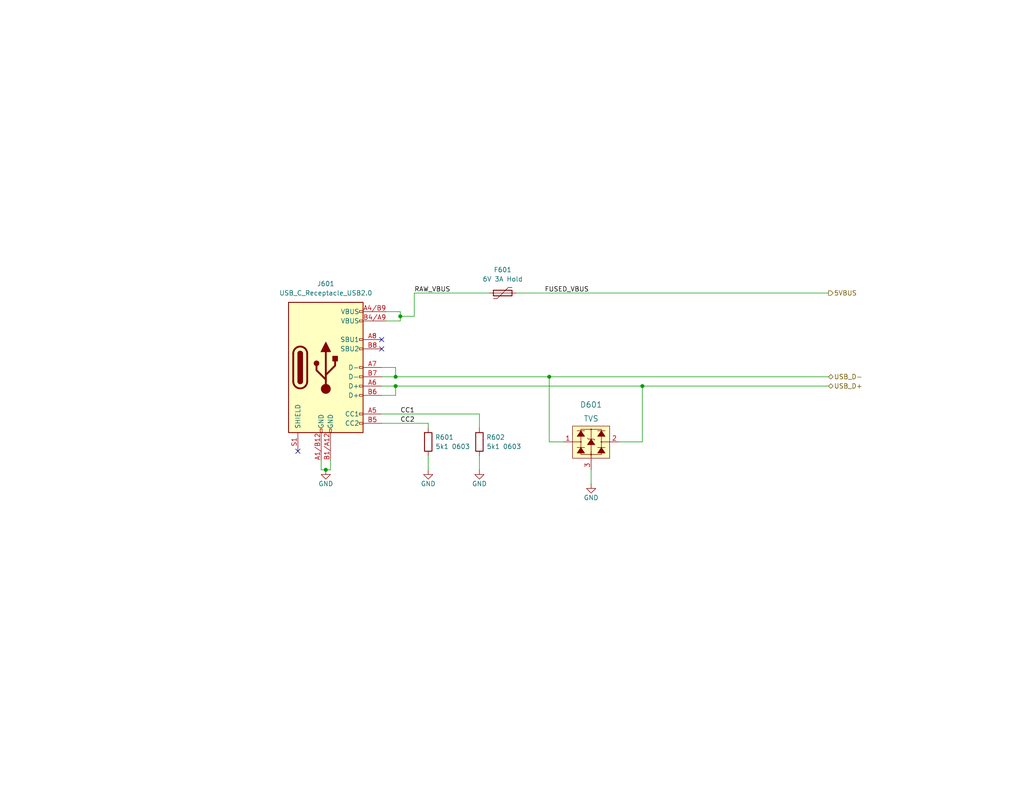
<source format=kicad_sch>
(kicad_sch (version 20230121) (generator eeschema)
  (paper "USLetter")
  (title_block (title "Raspberry Breadstick") (date "2024-02-10") (rev "1.0") (company "J & R Creative Technologies Inc.") (comment 1 "@RangenMichael") (comment 2 "https://twitter.com/RangenMichael") (comment 3 "Apache-2.0 License") (comment 4 "https://github.com/Breadstick-Innovations/Raspberry-Breadstick") (comment 5 "https://shop.breadstick.ca/"))
  (lib_symbols
    (symbol "Connector:USB_C_Receptacle_USB2.0" (pin_names (offset 1.016))
      (property "Reference" "J?" (at 0 22.86 0))
      (property "Value" "USB_C_Receptacle_USB2.0" (at 0 20.32 0))
      (symbol "USB_C_Receptacle_USB2.0_0_0"
        (rectangle (start -1.524 -17.78) (end -1.016 -16.764))
        (rectangle (start 1.016 -17.78) (end 1.524 -16.764))
        (rectangle (start 9.144 12.954) (end 10.16 12.446))
        (rectangle (start 9.144 15.494) (end 10.16 14.986))
        (rectangle (start 10.16 -14.986) (end 9.144 -15.494))
        (rectangle (start 10.16 -12.446) (end 9.144 -12.954))
        (rectangle (start 10.16 -7.366) (end 9.144 -7.874))
        (rectangle (start 10.16 -4.826) (end 9.144 -5.334))
        (rectangle (start 10.16 -2.286) (end 9.144 -2.794))
        (rectangle (start 10.16 0.254) (end 9.144 -0.254))
        (rectangle (start 10.16 5.334) (end 9.144 4.826))
        (rectangle (start 10.16 7.874) (end 9.144 7.366))
      )
      (symbol "USB_C_Receptacle_USB2.0_0_1"
        (rectangle (start -10.16 17.78) (end 10.16 -17.78) (stroke (width 0.254)) (fill (type background)))
        (arc (start -8.89 -3.81) (mid -6.985 -5.7067) (end -5.08 -3.81) (stroke (width 0.508)))
        (arc (start -7.62 -3.81) (mid -6.985 -4.4423) (end -6.35 -3.81) (stroke (width 0.254)))
        (arc (start -7.62 -3.81) (mid -6.985 -4.4423) (end -6.35 -3.81) (stroke (width 0.254)) (fill (type outline)))
        (rectangle (start -7.62 -3.81) (end -6.35 3.81) (stroke (width 0.254)) (fill (type outline)))
        (arc (start -6.35 3.81) (mid -6.985 4.4423) (end -7.62 3.81) (stroke (width 0.254)))
        (arc (start -6.35 3.81) (mid -6.985 4.4423) (end -7.62 3.81) (stroke (width 0.254)) (fill (type outline)))
        (arc (start -5.08 3.81) (mid -6.985 5.7067) (end -8.89 3.81) (stroke (width 0.508)))
        (circle (center -2.54 1.143) (radius 0.635) (stroke (width 0.254)) (fill (type outline)))
        (circle (center 0 -5.842) (radius 1.27) (fill (type outline)))
        (polyline (pts (xy -8.89 -3.81) (xy -8.89 3.81)) (stroke (width 0.508)))
        (polyline (pts (xy -5.08 3.81) (xy -5.08 -3.81)) (stroke (width 0.508)))
        (polyline (pts (xy 0 -5.842) (xy 0 4.318)) (stroke (width 0.508)))
        (polyline (pts (xy 0 -3.302) (xy -2.54 -0.762) (xy -2.54 0.508)) (stroke (width 0.508)))
        (polyline (pts (xy 0 -2.032) (xy 2.54 0.508) (xy 2.54 1.778)) (stroke (width 0.508)))
        (polyline (pts (xy -1.27 4.318) (xy 0 6.858) (xy 1.27 4.318) (xy -1.27 4.318)) (stroke (width 0.254)) (fill (type outline)))
        (rectangle (start 1.905 1.778) (end 3.175 3.048) (stroke (width 0.254)) (fill (type outline)))
      )
      (symbol "USB_C_Receptacle_USB2.0_1_1"
        (pin passive line (at -1.27 -25.4 90) (length 7.62) (name "GND") (number "A1/B12"))
        (pin passive line (at 16.51 15.24 180) (length 6.35) (name "VBUS") (number "A4/B9"))
        (pin bidirectional line (at 15.24 -12.7 180) (length 5.08) (name "CC1") (number "A5"))
        (pin bidirectional line (at 15.24 -5.08 180) (length 5.08) (name "D+") (number "A6"))
        (pin bidirectional line (at 15.24 0 180) (length 5.08) (name "D-") (number "A7"))
        (pin bidirectional line (at 15.24 7.62 180) (length 5.08) (name "SBU1") (number "A8"))
        (pin passive line (at 1.27 -25.4 90) (length 7.62) (name "GND") (number "B1/A12"))
        (pin passive line (at 16.51 12.7 180) (length 6.35) (name "VBUS") (number "B4/A9"))
        (pin bidirectional line (at 15.24 -15.24 180) (length 5.08) (name "CC2") (number "B5"))
        (pin bidirectional line (at 15.24 -7.62 180) (length 5.08) (name "D+") (number "B6"))
        (pin bidirectional line (at 15.24 -2.54 180) (length 5.08) (name "D-") (number "B7"))
        (pin bidirectional line (at 15.24 5.08 180) (length 5.08) (name "SBU2") (number "B8"))
        (pin passive line (at -7.62 -22.86 90) (length 5.08) (name "SHIELD") (number "S1"))
      )
    )
    (symbol "Device:Polyfuse" (pin_numbers hide) (pin_names (offset 0))
      (property "Reference" "F" (at -2.54 0 90))
      (property "Value" "Polyfuse" (at 2.54 0 90))
      (symbol "Polyfuse_0_1"
        (rectangle (start -0.762 2.54) (end 0.762 -2.54) (stroke (width 0.254)))
        (polyline (pts (xy 0 2.54) (xy 0 -2.54)))
        (polyline (pts (xy -1.524 2.54) (xy -1.524 1.524) (xy 1.524 -1.524) (xy 1.524 -2.54)))
      )
      (symbol "Polyfuse_1_1"
        (pin passive line (at 0 3.81 270) (length 1.27) (name "~") (number "1"))
        (pin passive line (at 0 -3.81 90) (length 1.27) (name "~") (number "2"))
      )
    )
    (symbol "Device:R" (pin_numbers hide) (pin_names (offset 0))
      (property "Reference" "R" (at 2.032 0 90))
      (property "Value" "R" (at 0 0 90))
      (symbol "R_0_1"
        (rectangle (start -1.016 -2.54) (end 1.016 2.54) (stroke (width 0.254)))
      )
      (symbol "R_1_1"
        (pin passive line (at 0 3.81 270) (length 1.27) (name "~") (number "1"))
        (pin passive line (at 0 -3.81 90) (length 1.27) (name "~") (number "2"))
      )
    )
    (symbol "dk_TVS-Diodes:TPD2EUSB30DRTR" (pin_names (offset 0))
      (property "Reference" "D?" (at 0 10.16 0))
      (property "Value" "ESDALD05UE2X" (at 0 6.35 0))
      (symbol "TPD2EUSB30DRTR_1_1"
        (rectangle (start -5.08 4.318) (end 5.08 -4.445) (fill (type background)))
        (circle (center -2.794 0) (radius 0.127))
        (circle (center 0 -3.429) (radius 0.127))
        (polyline (pts (xy -5.08 0) (xy -2.794 0)))
        (polyline (pts (xy -2.794 -1.524) (xy -3.81 -1.524)))
        (polyline (pts (xy -2.794 -1.524) (xy -1.778 -1.524)))
        (polyline (pts (xy -2.794 3.048) (xy -3.81 3.048)))
        (polyline (pts (xy -2.794 3.048) (xy -1.778 3.048)))
        (polyline (pts (xy 0 -5.08) (xy 0 -2.54)))
        (polyline (pts (xy 0 -0.762) (xy 0 -3.937)))
        (polyline (pts (xy 0 0.762) (xy 0 3.429)))
        (polyline (pts (xy 2.794 -1.524) (xy 1.778 -1.524)))
        (polyline (pts (xy 2.794 -1.524) (xy 3.81 -1.524)))
        (polyline (pts (xy 2.794 3.048) (xy 1.778 3.048)))
        (polyline (pts (xy 2.794 3.048) (xy 3.81 3.048)))
        (polyline (pts (xy 5.08 0) (xy 2.794 0)))
        (polyline (pts (xy 0 0.762) (xy -0.762 0.762) (xy -1.016 0.508)))
        (polyline (pts (xy 0 0.762) (xy 0.762 0.762) (xy 1.016 1.016)))
        (polyline (pts (xy -2.794 -1.524) (xy -3.81 -3.048) (xy -1.778 -3.048) (xy -2.794 -1.524)) (fill (type outline)))
        (polyline (pts (xy -2.794 3.048) (xy -3.81 1.524) (xy -1.778 1.524) (xy -2.794 3.048)) (fill (type outline)))
        (polyline (pts (xy -2.794 3.048) (xy -2.794 3.429) (xy 2.794 3.429) (xy 2.794 3.048)))
        (polyline (pts (xy 0 0.762) (xy -1.016 -0.762) (xy 1.016 -0.762) (xy 0 0.762)) (fill (type outline)))
        (polyline (pts (xy 2.794 -1.524) (xy 1.778 -3.048) (xy 3.81 -3.048) (xy 2.794 -1.524)) (fill (type outline)))
        (polyline (pts (xy 2.794 3.048) (xy 1.778 1.524) (xy 3.81 1.524) (xy 2.794 3.048)) (fill (type outline)))
        (polyline (pts (xy 2.794 3.048) (xy 2.794 -3.429) (xy -2.794 -3.429) (xy -2.794 3.048)))
        (circle (center 0 3.429) (radius 0.127))
        (circle (center 2.794 0) (radius 0.127))
        (pin passive line (at 7.62 0 180) (length 2.54) (name "") (number "1"))
        (pin passive line (at -7.62 0 0) (length 2.54) (name "") (number "2"))
        (pin power_in line (at 0 -7.62 90) (length 2.54) (name "") (number "3"))
      )
    )
    (symbol "power:GND" (power) (pin_names (offset 0))
      (property "Value" "GND" (at 0 -3.81 0))
      (symbol "GND_0_1"
        (polyline (pts (xy 0 0) (xy 0 -1.27) (xy 1.27 -1.27) (xy 0 -2.54) (xy -1.27 -1.27) (xy 0 -1.27)))
      )
      (symbol "GND_1_1"
        (pin power_in line (at 0 0 270) (length 0) hide (name "GND") (number "1"))
      )
    )
  )
  (junction (at 109.22 86.36))
  (junction (at 107.95 105.41))
  (junction (at 88.9 128.27))
  (junction (at 107.95 102.87))
  (junction (at 175.26 105.41))
  (junction (at 149.86 102.87))
  (no_connect (at 81.28 123.19))
  (no_connect (at 104.14 95.25))
  (no_connect (at 104.14 92.71))
  (wire (pts (xy 90.17 125.73) (xy 90.17 128.27)))
  (wire (pts (xy 140.97 80.01) (xy 226.06 80.01)))
  (wire (pts (xy 175.26 105.41) (xy 226.06 105.41)))
  (wire (pts (xy 175.26 120.65) (xy 175.26 105.41)))
  (wire (pts (xy 87.63 125.73) (xy 87.63 128.27)))
  (wire (pts (xy 90.17 128.27) (xy 88.9 128.27)))
  (wire (pts (xy 168.91 120.65) (xy 175.26 120.65)))
  (wire (pts (xy 104.14 100.33) (xy 107.95 100.33)))
  (wire (pts (xy 130.81 124.46) (xy 130.81 128.27)))
  (wire (pts (xy 149.86 120.65) (xy 149.86 102.87)))
  (wire (pts (xy 104.14 107.95) (xy 107.95 107.95)))
  (wire (pts (xy 107.95 102.87) (xy 149.86 102.87)))
  (wire (pts (xy 161.29 128.27) (xy 161.29 132.08)))
  (wire (pts (xy 107.95 100.33) (xy 107.95 102.87)))
  (wire (pts (xy 109.22 85.09) (xy 109.22 86.36)))
  (wire (pts (xy 87.63 128.27) (xy 88.9 128.27)))
  (wire (pts (xy 149.86 102.87) (xy 226.06 102.87)))
  (wire (pts (xy 107.95 105.41) (xy 175.26 105.41)))
  (wire (pts (xy 104.14 113.03) (xy 130.81 113.03)))
  (wire (pts (xy 104.14 115.57) (xy 116.84 115.57)))
  (wire (pts (xy 116.84 124.46) (xy 116.84 128.27)))
  (wire (pts (xy 153.67 120.65) (xy 149.86 120.65)))
  (wire (pts (xy 107.95 107.95) (xy 107.95 105.41)))
  (wire (pts (xy 104.14 105.41) (xy 107.95 105.41)))
  (wire (pts (xy 116.84 115.57) (xy 116.84 116.84)))
  (wire (pts (xy 113.03 86.36) (xy 109.22 86.36)))
  (wire (pts (xy 130.81 113.03) (xy 130.81 116.84)))
  (wire (pts (xy 113.03 80.01) (xy 113.03 86.36)))
  (wire (pts (xy 113.03 80.01) (xy 133.35 80.01)))
  (wire (pts (xy 109.22 86.36) (xy 109.22 87.63)))
  (wire (pts (xy 105.41 87.63) (xy 109.22 87.63)))
  (wire (pts (xy 105.41 85.09) (xy 109.22 85.09)))
  (wire (pts (xy 104.14 102.87) (xy 107.95 102.87)))
  (label "RAW_VBUS" (at 113.03 80.01 0))
  (label "CC1" (at 109.22 113.03 0))
  (label "FUSED_VBUS" (at 148.59 80.01 0))
  (label "CC2" (at 109.22 115.57 0))
  (hierarchical_label "USB_D+" (shape bidirectional) (at 226.06 105.41 0))
  (hierarchical_label "USB_D-" (shape bidirectional) (at 226.06 102.87 0))
  (hierarchical_label "5VBUS" (shape output) (at 226.06 80.01 0))
  (symbol (lib_id "power:GND") (at 116.84 128.27 0) (unit 1)
    (property "Reference" "#PWR0602" (effects hide))
    (property "Value" "GND" (at 116.84 132.08 0))
  )
  (symbol (lib_id "Device:R") (at 116.84 120.65 0) (mirror y) (unit 1)
    (property "Reference" "R601" (at 123.825 119.38 0) (effects (justify left)))
    (property "Value" "5k1 0603" (at 128.27 121.92 0) (effects (justify left)))
    (property "Footprint" "Resistor_SMD:R_0603_1608Metric" (effects hide))
    (property "Digikey" "311-5.10KHRCT-ND" (effects hide))
    (property "Manufacturer" "YAGEO" (effects hide))
    (property "Manufacturer_Part_Number" "RC0603FR-075K1L" (effects hide))
    (property "Mouser" "603-RC0603FR-075K1L" (effects hide))
    (property "Package" "0603" (effects hide))
  )
  (symbol (lib_id "Device:Polyfuse") (at 137.16 80.01 90) (unit 1)
    (property "Reference" "F601" (at 137.16 73.66 90))
    (property "Value" "6V 3A Hold" (at 137.16 76.2 90))
    (property "Footprint" "Fuse:Fuse_1206_3216Metric" (effects hide))
    (property "Digikey" "283-PTSLR12066V300CT-ND" (effects hide))
    (property "Manufacturer" "Eaton - Electronics Division" (effects hide))
    (property "Manufacturer_Part_Number" "PTSLR12066V300" (effects hide))
    (property "Package" "1206" (effects hide))
    (property "Mouser" "504-PTSLR12066V300" (effects hide))
  )
  (symbol (lib_id "dk_TVS-Diodes:TPD2EUSB30DRTR") (at 161.29 120.65 0) (mirror y) (unit 1)
    (property "Reference" "D601" (at 161.29 110.49 0) (effects (font (size 1.524 1.524))))
    (property "Value" "TVS" (at 161.29 114.3 0) (effects (font (size 1.524 1.524))))
    (property "Footprint" "Package_TO_SOT_SMD:SOT-23" (effects hide))
    (property "MPN" "ESDALD05UE2X" (effects hide))
    (property "Category" "Circuit Protection" (effects hide))
    (property "Family" "TVS - Diodes" (effects hide))
    (property "DK_Datasheet_Link" "http://www.ti.com/general/docs/suppproductinfo.tsp?distId=10&gotoUrl=http%3A%2F%2Fwww.ti.com%2Flit%2Fgpn%2Ftpd2eusb30" (effects hide))
    (property "DK_Detail_Page" "/product-detail/en/texas-instruments/TPD2EUSB30DRTR/296-25509-1-ND/2193502" (effects hide))
    (property "Description" "TVS DIODE 5.5V 8V SOT3" (effects hide))
    (property "Manufacturer" "WeEn Semiconductors" (effects hide))
    (property "Status" "Active" (effects hide))
    (property "Digikey" "1740-ESDALD05UE2XCT-ND" (effects hide))
    (property "Manufacturer_Part_Number" "ESDALD05UE2X" (effects hide))
    (property "Mouser" "771-ESDALD05UE2X" (effects hide))
    (property "Package" "SOT-23" (effects hide))
  )
  (symbol (lib_id "power:GND") (at 88.9 128.27 0) (unit 1)
    (property "Reference" "#PWR0601" (effects hide))
    (property "Value" "GND" (at 88.9 132.08 0))
  )
  (symbol (lib_id "Device:R") (at 130.81 120.65 0) (mirror y) (unit 1)
    (property "Reference" "R602" (at 137.795 119.38 0) (effects (justify left)))
    (property "Value" "5k1 0603" (at 142.24 121.92 0) (effects (justify left)))
    (property "Footprint" "Resistor_SMD:R_0603_1608Metric" (effects hide))
    (property "Digikey" "311-5.10KHRCT-ND" (effects hide))
    (property "Manufacturer" "YAGEO" (effects hide))
    (property "Manufacturer_Part_Number" "RC0603FR-075K1L" (effects hide))
    (property "Mouser" "603-RC0603FR-075K1L" (effects hide))
    (property "Package" "0603" (effects hide))
  )
  (symbol (lib_id "Connector:USB_C_Receptacle_USB2.0") (at 88.9 100.33 0) (unit 1)
    (property "Reference" "J601" (at 88.9 77.47 0))
    (property "Value" "USB_C_Receptacle_USB2.0" (at 88.9 80.01 0))
    (property "Footprint" "USB-C Molex:USB-C-2171790001" (effects hide))
    (property "Datasheet" "https://www.usb.org/sites/default/files/documents/usb_type-c.zip" (effects hide))
    (property "Digikey" "900-2171790001CT-ND" (effects hide))
    (property "Manufacturer" "Molex" (effects hide))
    (property "Manufacturer_Part_Number" "2171790001" (effects hide))
    (property "Package" "USB-C" (effects hide))
    (property "Mouser" "538-217179-0001" (effects hide))
  )
  (symbol (lib_id "power:GND") (at 130.81 128.27 0) (unit 1)
    (property "Reference" "#PWR0603" (effects hide))
    (property "Value" "GND" (at 130.81 132.08 0))
  )
  (symbol (lib_id "power:GND") (at 161.29 132.08 0) (unit 1)
    (property "Reference" "#PWR0604" (effects hide))
    (property "Value" "GND" (at 161.29 135.89 0))
  )
)
</source>
